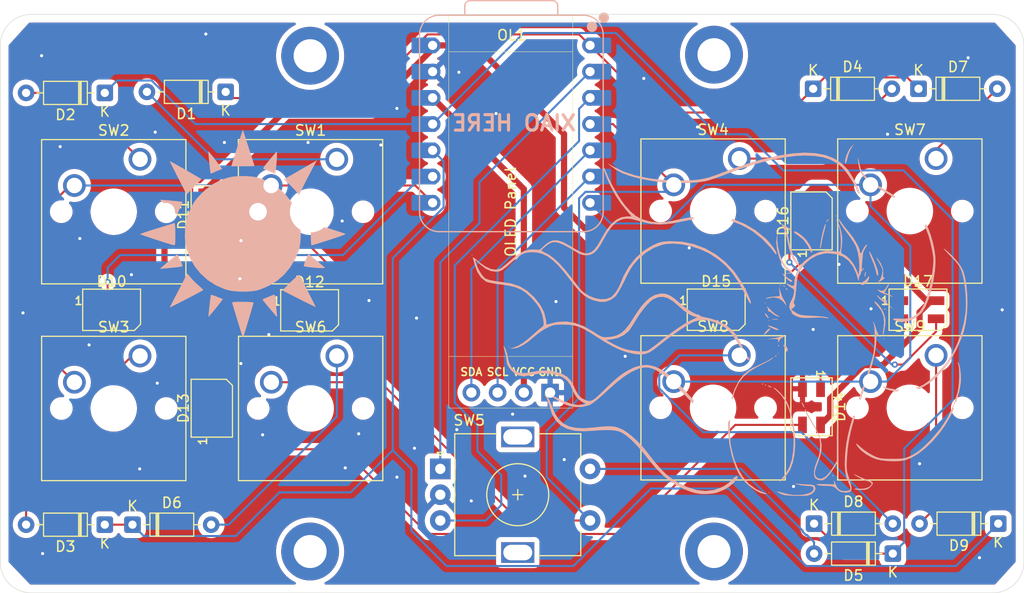
<source format=kicad_pcb>
(kicad_pcb (version 20241229) (generator "pcbnew") (generator_version "9.0")
  (layers (0 "F.Cu" signal) (2 "B.Cu" signal) (13 "F.Paste" user) (15 "B.Paste" user) (5 "F.SilkS" user "F.Silkscreen") (7 "B.SilkS" user "B.Silkscreen") (1 "F.Mask" user) (3 "B.Mask" user) (25 "Edge.Cuts" user))
  (net 0 "")
  (net 1 "Net-(D1-A)")
  (net 2 "ROW0")
  (net 3 "Net-(D2-A)")
  (net 4 "ROW1")
  (net 5 "Net-(D3-A)")
  (net 6 "ROW2")
  (net 7 "Net-(D4-A)")
  (net 8 "EN_SW1")
  (net 9 "Net-(D6-A)")
  (net 10 "Net-(D7-A)")
  (net 11 "Net-(D8-A)")
  (net 12 "Net-(D9-A)")
  (net 13 "GND")
  (net 14 "LED")
  (net 15 "+5V")
  (net 16 "Net-(D10-DOUT)")
  (net 17 "Net-(D11-DOUT)")
  (net 18 "Net-(D12-DOUT)")
  (net 19 "Net-(D13-DOUT)")
  (net 20 "Net-(D14-DOUT)")
  (net 21 "Net-(D15-DOUT)")
  (net 22 "Net-(D16-DOUT)")
  (net 24 "+3V3")
  (net 25 "OLED_SCL")
  (net 26 "OLED_SDA")
  (net 27 "COL0")
  (net 28 "COL1")
  (net 29 "EN_B")
  (net 30 "EN_A")
  (net 31 "COL2")
  (footprint "LED_SMD:LED_SK6812MINI_PLCC4_3.5x3.5mm_P1.75mm" (layer "F.Cu") (at 125.18 111.125 90)
    (property "Reference" "D13" (at 0 -2.75 90) (layer "F.SilkS"))
    (property "Value" "SK6812MINI")
    (fp_text user "1" (at -3.2 -0.875 90) (layer "F.SilkS") (effects (font (size 0.8 0.8))))
    (pad "1" smd rect (at -1.75 -0.875 90) (size 1.6 0.85) (layers "F.Cu" "F.Mask" "F.Paste") (net 19 "Net-(D13-DOUT)"))
    (pad "2" smd rect (at -1.75 0.875 90) (size 1.6 0.85) (layers "F.Cu" "F.Mask" "F.Paste") (net 13 "GND"))
    (pad "3" smd rect (at 1.75 0.875 90) (size 1.6 0.85) (layers "F.Cu" "F.Mask" "F.Paste") (net 18 "Net-(D12-DOUT)"))
    (pad "4" smd rect (at 1.75 -0.875 90) (size 1.6 0.85) (layers "F.Cu" "F.Mask" "F.Paste") (net 15 "+5V"))
  )
  (footprint "LED_SMD:LED_SK6812MINI_PLCC4_3.5x3.5mm_P1.75mm" (layer "F.Cu") (at 125.18 92.4 90)
    (property "Reference" "D11" (at 0 -2.75 90) (layer "F.SilkS"))
    (property "Value" "SK6812MINI")
    (fp_text user "1" (at -3.2 -0.875 90) (layer "F.SilkS") (effects (font (size 0.8 0.8))))
    (pad "1" smd rect (at -1.75 -0.875 90) (size 1.6 0.85) (layers "F.Cu" "F.Mask" "F.Paste") (net 17 "Net-(D11-DOUT)"))
    (pad "2" smd rect (at -1.75 0.875 90) (size 1.6 0.85) (layers "F.Cu" "F.Mask" "F.Paste") (net 13 "GND"))
    (pad "3" smd rect (at 1.75 0.875 90) (size 1.6 0.85) (layers "F.Cu" "F.Mask" "F.Paste") (net 16 "Net-(D10-DOUT)"))
    (pad "4" smd rect (at 1.75 -0.875 90) (size 1.6 0.85) (layers "F.Cu" "F.Mask" "F.Paste") (net 15 "+5V"))
  )
  (footprint "Diode_THT:D_DO-35_SOD27_P7.62mm_Horizontal" (layer "F.Cu") (at 114.82 122.4 180)
    (property "Reference" "D3" (at 3.81 -2.12 180) (layer "F.SilkS"))
    (property "Value" "1N4148WT")
    (fp_text user "K" (at 0 -1.8 180) (layer "F.SilkS"))
    (pad "1" thru_hole roundrect (at 0 0 180) (size 1.6 1.6) (drill 0.8) (layers "*.Cu" "*.Mask") (roundrect_rratio 0.15625) (net 6 "ROW2"))
    (pad "2" thru_hole circle (at 7.62 0 180) (size 1.6 1.6) (drill 0.8) (layers "*.Cu" "*.Mask") (net 5 "Net-(D3-A)"))
  )
  (footprint "Button_Switch_Keyboard:SW_Cherry_MX_1.00u_PCB" (layer "F.Cu") (at 195.3 106.01)
    (property "Reference" "SW9" (at -2.54 -2.794 0) (layer "F.SilkS"))
    (property "Value" "SW_Push")
    (pad "" np_thru_hole circle (at -7.62 5.08) (size 1.7 1.7) (drill 1.7) (layers "*.Cu" "*.Mask"))
    (pad "" np_thru_hole circle (at -2.54 5.08) (size 4 4) (drill 4) (layers "*.Cu" "*.Mask"))
    (pad "" np_thru_hole circle (at 2.54 5.08) (size 1.7 1.7) (drill 1.7) (layers "*.Cu" "*.Mask"))
    (pad "1" thru_hole circle (at 0 0) (size 2.2 2.2) (drill 1.5) (layers "*.Cu" "*.Mask") (net 12 "Net-(D9-A)"))
    (pad "2" thru_hole circle (at -6.35 2.54) (size 2.2 2.2) (drill 1.5) (layers "*.Cu" "*.Mask") (net 31 "COL2"))
  )
  (footprint "Button_Switch_Keyboard:SW_Cherry_MX_1.00u_PCB" (layer "F.Cu") (at 137.2775 87.025)
    (property "Reference" "SW1" (at -2.54 -2.794 0) (layer "F.SilkS"))
    (property "Value" "SW_Push")
    (pad "" np_thru_hole circle (at -7.62 5.08) (size 1.7 1.7) (drill 1.7) (layers "*.Cu" "*.Mask"))
    (pad "" np_thru_hole circle (at -2.54 5.08) (size 4 4) (drill 4) (layers "*.Cu" "*.Mask"))
    (pad "" np_thru_hole circle (at 2.54 5.08) (size 1.7 1.7) (drill 1.7) (layers "*.Cu" "*.Mask"))
    (pad "1" thru_hole circle (at 0 0) (size 2.2 2.2) (drill 1.5) (layers "*.Cu" "*.Mask") (net 1 "Net-(D1-A)"))
    (pad "2" thru_hole circle (at -6.35 2.54) (size 2.2 2.2) (drill 1.5) (layers "*.Cu" "*.Mask") (net 27 "COL0"))
  )
  (footprint "LED_SMD:LED_SK6812MINI_PLCC4_3.5x3.5mm_P1.75mm" (layer "F.Cu") (at 134.65 101.65)
    (property "Reference" "D12" (at 0 -2.75 0) (layer "F.SilkS"))
    (property "Value" "SK6812MINI")
    (fp_text user "1" (at -3.2 -0.875 0) (layer "F.SilkS") (effects (font (size 0.8 0.8))))
    (pad "1" smd rect (at -1.75 -0.875) (size 1.6 0.85) (layers "F.Cu" "F.Mask" "F.Paste") (net 18 "Net-(D12-DOUT)"))
    (pad "2" smd rect (at -1.75 0.875) (size 1.6 0.85) (layers "F.Cu" "F.Mask" "F.Paste") (net 13 "GND"))
    (pad "3" smd rect (at 1.75 0.875) (size 1.6 0.85) (layers "F.Cu" "F.Mask" "F.Paste") (net 17 "Net-(D11-DOUT)"))
    (pad "4" smd rect (at 1.75 -0.875) (size 1.6 0.85) (layers "F.Cu" "F.Mask" "F.Paste") (net 15 "+5V"))
  )
  (footprint "Diode_THT:D_DO-35_SOD27_P7.62mm_Horizontal" (layer "F.Cu") (at 193.6 80.2)
    (property "Reference" "D7" (at 3.81 -2.12 0) (layer "F.SilkS"))
    (property "Value" "1N4148WT")
    (fp_text user "K" (at 0 -1.8 0) (layer "F.SilkS"))
    (pad "1" thru_hole roundrect (at 0 0) (size 1.6 1.6) (drill 0.8) (layers "*.Cu" "*.Mask") (roundrect_rratio 0.15625) (net 2 "ROW0"))
    (pad "2" thru_hole circle (at 7.62 0) (size 1.6 1.6) (drill 0.8) (layers "*.Cu" "*.Mask") (net 10 "Net-(D7-A)"))
  )
  (footprint "MountingHole:MountingHole_3.2mm_M3_DIN965_Pad" (layer "F.Cu") (at 134.7 77)
    (property "Reference" "REF**" (hide yes))
    (property "Value" "MountingHole_3.2mm_M3_DIN965_Pad")
    (pad "1" thru_hole circle (at 0 0) (size 5.6 5.6) (drill 3.2) (layers "*.Cu" "*.Mask"))
  )
  (footprint "Diode_THT:D_DO-35_SOD27_P7.62mm_Horizontal" (layer "F.Cu") (at 114.82 80.6 180)
    (property "Reference" "D2" (at 3.81 -2.12 180) (layer "F.SilkS"))
    (property "Value" "1N4148WT")
    (fp_text user "K" (at 0 -1.8 180) (layer "F.SilkS"))
    (pad "1" thru_hole roundrect (at 0 0 180) (size 1.6 1.6) (drill 0.8) (layers "*.Cu" "*.Mask") (roundrect_rratio 0.15625) (net 4 "ROW1"))
    (pad "2" thru_hole circle (at 7.62 0 180) (size 1.6 1.6) (drill 0.8) (layers "*.Cu" "*.Mask") (net 3 "Net-(D2-A)"))
  )
  (footprint "Button_Switch_Keyboard:SW_Cherry_MX_1.00u_PCB" (layer "F.Cu") (at 118.2275 106.07)
    (property "Reference" "SW3" (at -2.54 -2.794 0) (layer "F.SilkS"))
    (property "Value" "SW_Push")
    (pad "" np_thru_hole circle (at -7.62 5.08) (size 1.7 1.7) (drill 1.7) (layers "*.Cu" "*.Mask"))
    (pad "" np_thru_hole circle (at -2.54 5.08) (size 4 4) (drill 4) (layers "*.Cu" "*.Mask"))
    (pad "" np_thru_hole circle (at 2.54 5.08) (size 1.7 1.7) (drill 1.7) (layers "*.Cu" "*.Mask"))
    (pad "1" thru_hole circle (at 0 0) (size 2.2 2.2) (drill 1.5) (layers "*.Cu" "*.Mask") (net 5 "Net-(D3-A)"))
    (pad "2" thru_hole circle (at -6.35 2.54) (size 2.2 2.2) (drill 1.5) (layers "*.Cu" "*.Mask") (net 27 "COL0"))
  )
  (footprint "" (layer "F.Cu") (at 173.8 76.9)
    (property "Reference" "" (at 0 0 0) (layer "F.SilkS") (effects (font (size 1.27 1.27))))
    (property "Value" "")
    (pad "1" thru_hole circle (at 0 0) (size 5.6 5.6) (drill 3.2) (layers "*.Cu" "*.Mask"))
  )
  (footprint "" (layer "F.Cu") (at 173.8 125)
    (property "Reference" "" (at 0 0 0) (layer "F.SilkS") (effects (font (size 1.27 1.27))))
    (property "Value" "")
    (pad "1" thru_hole circle (at 0 0) (size 5.6 5.6) (drill 3.2) (layers "*.Cu" "*.Mask"))
  )
  (footprint "LED_SMD:LED_SK6812MINI_PLCC4_3.5x3.5mm_P1.75mm" (layer "F.Cu") (at 183.24 92.99 90)
    (property "Reference" "D16" (at 0 -2.75 90) (layer "F.SilkS"))
    (property "Value" "SK6812MINI")
    (fp_text user "1" (at -3.2 -0.875 90) (layer "F.SilkS") (effects (font (size 0.8 0.8))))
    (pad "1" smd rect (at -1.75 -0.875 90) (size 1.6 0.85) (layers "F.Cu" "F.Mask" "F.Paste") (net 22 "Net-(D16-DOUT)"))
    (pad "2" smd rect (at -1.75 0.875 90) (size 1.6 0.85) (layers "F.Cu" "F.Mask" "F.Paste") (net 13 "GND"))
    (pad "3" smd rect (at 1.75 0.875 90) (size 1.6 0.85) (layers "F.Cu" "F.Mask" "F.Paste") (net 21 "Net-(D15-DOUT)"))
    (pad "4" smd rect (at 1.75 -0.875 90) (size 1.6 0.85) (layers "F.Cu" "F.Mask" "F.Paste") (net 15 "+5V"))
  )
  (footprint "Button_Switch_Keyboard:SW_Cherry_MX_1.00u_PCB" (layer "F.Cu") (at 118.2275 87.025)
    (property "Reference" "SW2" (at -2.54 -2.794 0) (layer "F.SilkS"))
    (property "Value" "SW_Push")
    (pad "" np_thru_hole circle (at -7.62 5.08) (size 1.7 1.7) (drill 1.7) (layers "*.Cu" "*.Mask"))
    (pad "" np_thru_hole circle (at -2.54 5.08) (size 4 4) (drill 4) (layers "*.Cu" "*.Mask"))
    (pad "" np_thru_hole circle (at 2.54 5.08) (size 1.7 1.7) (drill 1.7) (layers "*.Cu" "*.Mask"))
    (pad "1" thru_hole circle (at 0 0) (size 2.2 2.2) (drill 1.5) (layers "*.Cu" "*.Mask") (net 3 "Net-(D2-A)"))
    (pad "2" thru_hole circle (at -6.35 2.54) (size 2.2 2.2) (drill 1.5) (layers "*.Cu" "*.Mask") (net 27 "COL0"))
  )
  (footprint "LED_SMD:LED_SK6812MINI_PLCC4_3.5x3.5mm_P1.75mm" (layer "F.Cu") (at 174.01 101.59)
    (property "Reference" "D15" (at 0 -2.75 0) (layer "F.SilkS"))
    (property "Value" "SK6812MINI")
    (fp_text user "1" (at -3.2 -0.875 0) (layer "F.SilkS") (effects (font (size 0.8 0.8))))
    (pad "1" smd rect (at -1.75 -0.875) (size 1.6 0.85) (layers "F.Cu" "F.Mask" "F.Paste") (net 21 "Net-(D15-DOUT)"))
    (pad "2" smd rect (at -1.75 0.875) (size 1.6 0.85) (layers "F.Cu" "F.Mask" "F.Paste") (net 13 "GND"))
    (pad "3" smd rect (at 1.75 0.875) (size 1.6 0.85) (layers "F.Cu" "F.Mask" "F.Paste") (net 20 "Net-(D14-DOUT)"))
    (pad "4" smd rect (at 1.75 -0.875) (size 1.6 0.85) (layers "F.Cu" "F.Mask" "F.Paste") (net 15 "+5V"))
  )
  (footprint "Diode_THT:D_DO-35_SOD27_P7.62mm_Horizontal" (layer "F.Cu") (at 183.4 80.2)
    (property "Reference" "D4" (at 3.81 -2.12 0) (layer "F.SilkS"))
    (property "Value" "1N4148WT")
    (fp_text user "K" (at 0 -1.8 0) (layer "F.SilkS"))
    (pad "1" thru_hole roundrect (at 0 0) (size 1.6 1.6) (drill 0.8) (layers "*.Cu" "*.Mask") (roundrect_rratio 0.15625) (net 2 "ROW0"))
    (pad "2" thru_hole circle (at 7.62 0) (size 1.6 1.6) (drill 0.8) (layers "*.Cu" "*.Mask") (net 7 "Net-(D4-A)"))
  )
  (footprint "Button_Switch_Keyboard:SW_Cherry_MX_1.00u_PCB" (layer "F.Cu") (at 176.25 106.01)
    (property "Reference" "SW8" (at -2.54 -2.794 0) (layer "F.SilkS"))
    (property "Value" "SW_Push")
    (pad "" np_thru_hole circle (at -7.62 5.08) (size 1.7 1.7) (drill 1.7) (layers "*.Cu" "*.Mask"))
    (pad "" np_thru_hole circle (at -2.54 5.08) (size 4 4) (drill 4) (layers "*.Cu" "*.Mask"))
    (pad "" np_thru_hole circle (at 2.54 5.08) (size 1.7 1.7) (drill 1.7) (layers "*.Cu" "*.Mask"))
    (pad "1" thru_hole circle (at 0 0) (size 2.2 2.2) (drill 1.5) (layers "*.Cu" "*.Mask") (net 11 "Net-(D8-A)"))
    (pad "2" thru_hole circle (at -6.35 2.54) (size 2.2 2.2) (drill 1.5) (layers "*.Cu" "*.Mask") (net 31 "COL2"))
  )
  (footprint "Button_Switch_Keyboard:SW_Cherry_MX_1.00u_PCB" (layer "F.Cu") (at 176.25 86.96)
    (property "Reference" "SW4" (at -2.54 -2.794 0) (layer "F.SilkS"))
    (property "Value" "SW_Push")
    (pad "" np_thru_hole circle (at -7.62 5.08) (size 1.7 1.7) (drill 1.7) (layers "*.Cu" "*.Mask"))
    (pad "" np_thru_hole circle (at -2.54 5.08) (size 4 4) (drill 4) (layers "*.Cu" "*.Mask"))
    (pad "" np_thru_hole circle (at 2.54 5.08) (size 1.7 1.7) (drill 1.7) (layers "*.Cu" "*.Mask"))
    (pad "1" thru_hole circle (at 0 0) (size 2.2 2.2) (drill 1.5) (layers "*.Cu" "*.Mask") (net 7 "Net-(D4-A)"))
    (pad "2" thru_hole circle (at -6.35 2.54) (size 2.2 2.2) (drill 1.5) (layers "*.Cu" "*.Mask") (net 28 "COL1"))
  )
  (footprint "Diode_THT:D_DO-35_SOD27_P7.62mm_Horizontal" (layer "F.Cu") (at 191.11 125.2 180)
    (property "Reference" "D5" (at 3.81 -2.12 0) (layer "F.SilkS"))
    (property "Value" "1N4148WT")
    (fp_text user "K" (at 0 -1.8 0) (layer "F.SilkS"))
    (pad "1" thru_hole roundrect (at 0 0 180) (size 1.6 1.6) (drill 0.8) (layers "*.Cu" "*.Mask") (roundrect_rratio 0.15625) (net 4 "ROW1"))
    (pad "2" thru_hole circle (at 7.62 0 180) (size 1.6 1.6) (drill 0.8) (layers "*.Cu" "*.Mask") (net 8 "EN_SW1"))
  )
  (footprint "Button_Switch_Keyboard:SW_Cherry_MX_1.00u_PCB" (layer "F.Cu") (at 195.3 86.96)
    (property "Reference" "SW7" (at -2.54 -2.794 0) (layer "F.SilkS"))
    (property "Value" "SW_Push")
    (pad "" np_thru_hole circle (at -7.62 5.08) (size 1.7 1.7) (drill 1.7) (layers "*.Cu" "*.Mask"))
    (pad "" np_thru_hole circle (at -2.54 5.08) (size 4 4) (drill 4) (layers "*.Cu" "*.Mask"))
    (pad "" np_thru_hole circle (at 2.54 5.08) (size 1.7 1.7) (drill 1.7) (layers "*.Cu" "*.Mask"))
    (pad "1" thru_hole circle (at 0 0) (size 2.2 2.2) (drill 1.5) (layers "*.Cu" "*.Mask") (net 10 "Net-(D7-A)"))
    (pad "2" thru_hole circle (at -6.35 2.54) (size 2.2 2.2) (drill 1.5) (layers "*.Cu" "*.Mask") (net 31 "COL2"))
  )
  (footprint "LED_SMD:LED_SK6812MINI_PLCC4_3.5x3.5mm_P1.75mm" (layer "F.Cu") (at 115.48 101.6)
    (property "Reference" "D10" (at 0 -2.75 0) (layer "F.SilkS"))
    (property "Value" "SK6812MINI")
    (fp_text user "1" (at -3.2 -0.875 0) (layer "F.SilkS") (effects (font (size 0.8 0.8))))
    (pad "1" smd rect (at -1.75 -0.875) (size 1.6 0.85) (layers "F.Cu" "F.Mask" "F.Paste") (net 16 "Net-(D10-DOUT)"))
    (pad "2" smd rect (at -1.75 0.875) (size 1.6 0.85) (layers "F.Cu" "F.Mask" "F.Paste") (net 13 "GND"))
    (pad "3" smd rect (at 1.75 0.875) (size 1.6 0.85) (layers "F.Cu" "F.Mask" "F.Paste") (net 14 "LED"))
    (pad "4" smd rect (at 1.75 -0.875) (size 1.6 0.85) (layers "F.Cu" "F.Mask" "F.Paste") (net 15 "+5V"))
  )
  (footprint "LED_SMD:LED_SK6812MINI_PLCC4_3.5x3.5mm_P1.75mm" (layer "F.Cu") (at 183.24 110.99 -90)
    (property "Reference" "D14" (at 0 -2.75 90) (layer "F.SilkS"))
    (property "Value" "SK6812MINI")
    (fp_text user "1" (at -3.2 -0.875 270) (layer "F.SilkS") (effects (font (size 0.8 0.8))))
    (pad "1" smd rect (at -1.75 -0.875 270) (size 1.6 0.85) (layers "F.Cu" "F.Mask" "F.Paste") (net 20 "Net-(D14-DOUT)"))
    (pad "2" smd rect (at -1.75 0.875 270) (size 1.6 0.85) (layers "F.Cu" "F.Mask" "F.Paste") (net 13 "GND"))
    (pad "3" smd rect (at 1.75 0.875 270) (size 1.6 0.85) (layers "F.Cu" "F.Mask" "F.Paste") (net 19 "Net-(D13-DOUT)"))
    (pad "4" smd rect (at 1.75 -0.875 270) (size 1.6 0.85) (layers "F.Cu" "F.Mask" "F.Paste") (net 15 "+5V"))
  )
  (footprint "" (layer "F.Cu") (at 134.7 125)
    (property "Reference" "" (at 0 0 0) (layer "F.SilkS") (effects (font (size 1.27 1.27))))
    (property "Value" "")
    (pad "1" thru_hole circle (at 0 0) (size 5.6 5.6) (drill 3.2) (layers "*.Cu" "*.Mask"))
  )
  (footprint "Diode_THT:D_DO-35_SOD27_P7.62mm_Horizontal" (layer "F.Cu") (at 183.49 122.3)
    (property "Reference" "D8" (at 3.81 -2.12 0) (layer "F.SilkS"))
    (property "Value" "1N4148WT")
    (fp_text user "K" (at 0 -1.8 0) (layer "F.SilkS"))
    (pad "1" thru_hole roundrect (at 0 0) (size 1.6 1.6) (drill 0.8) (layers "*.Cu" "*.Mask") (roundrect_rratio 0.15625) (net 4 "ROW1"))
    (pad "2" thru_hole circle (at 7.62 0) (size 1.6 1.6) (drill 0.8) (layers "*.Cu" "*.Mask") (net 11 "Net-(D8-A)"))
  )
  (footprint "LED_SMD:LED_SK6812MINI_PLCC4_3.5x3.5mm_P1.75mm" (layer "F.Cu") (at 193.55 101.59)
    (property "Reference" "D17" (at 0 -2.75 0) (layer "F.SilkS"))
    (property "Value" "SK6812MINI")
    (fp_text user "1" (at -3.2 -0.875 0) (layer "F.SilkS") (effects (font (size 0.8 0.8))))
    (pad "1" smd rect (at -1.75 -0.875) (size 1.6 0.85) (layers "F.Cu" "F.Mask" "F.Paste"))
    (pad "2" smd rect (at -1.75 0.875) (size 1.6 0.85) (layers "F.Cu" "F.Mask" "F.Paste") (net 13 "GND"))
    (pad "3" smd rect (at 1.75 0.875) (size 1.6 0.85) (layers "F.Cu" "F.Mask" "F.Paste") (net 22 "Net-(D16-DOUT)"))
    (pad "4" smd rect (at 1.75 -0.875) (size 1.6 0.85) (layers "F.Cu" "F.Mask" "F.Paste") (net 15 "+5V"))
  )
  (footprint "0.91 OLED:SSD1306-0.91-OLED-4pin-128x32" (layer "F.Cu") (at 160.12 73.115 -90)
    (property "Reference" "OL1" (at 1.9 5.91 0) (layer "F.SilkS"))
    (property "Value" "OLED")
    (fp_text user "VCC" (at 34.5 4.73 0) (layer "F.SilkS") (effects (font (size 0.75 0.75))))
    (fp_text user "SCL" (at 34.5 7.27 0) (layer "F.SilkS") (effects (font (size 0.75 0.75))))
    (fp_text user "SDA" (at 34.5 9.81 0) (layer "F.SilkS") (effects (font (size 0.75 0.75))))
    (fp_text user "GND" (at 34.5 2.19 0) (layer "F.SilkS") (effects (font (size 0.75 0.75))))
    (fp_text user "OLED Panel" (at 19 6 90) (layer "F.SilkS"))
    (pad "1" thru_hole rect (at 36.5 2.19 270) (size 1.7 1.7) (drill 1) (layers "*.Cu" "*.Mask") (net 13 "GND"))
    (pad "2" thru_hole oval (at 36.5 4.73 270) (size 1.7 1.7) (drill 1) (layers "*.Cu" "*.Mask") (net 24 "+3V3"))
    (pad "3" thru_hole oval (at 36.5 7.27 270) (size 1.7 1.7) (drill 1) (layers "*.Cu" "*.Mask") (net 25 "OLED_SCL"))
    (pad "4" thru_hole oval (at 36.5 9.81 270) (size 1.7 1.7) (drill 1) (layers "*.Cu" "*.Mask") (net 26 "OLED_SDA"))
  )
  (footprint "Diode_THT:D_DO-35_SOD27_P7.62mm_Horizontal" (layer "F.Cu") (at 201.32 122.3 180)
    (property "Reference" "D9" (at 3.81 -2.12 180) (layer "F.SilkS"))
    (property "Value" "1N4148WT")
    (fp_text user "K" (at 0 -1.8 180) (layer "F.SilkS"))
    (pad "1" thru_hole roundrect (at 0 0 180) (size 1.6 1.6) (drill 0.8) (layers "*.Cu" "*.Mask") (roundrect_rratio 0.15625) (net 6 "ROW2"))
    (pad "2" thru_hole circle (at 7.62 0 180) (size 1.6 1.6) (drill 0.8) (layers "*.Cu" "*.Mask") (net 12 "Net-(D9-A)"))
  )
  (footprint "Diode_THT:D_DO-35_SOD27_P7.62mm_Horizontal" (layer "F.Cu") (at 126.52 80.5 180)
    (property "Reference" "D1" (at 3.81 -2.12 180) (layer "F.SilkS"))
    (property "Value" "1N4148WT")
    (fp_text user "K" (at 0 -1.8 180) (layer "F.SilkS"))
    (pad "1" thru_hole roundrect (at 0 0 180) (size 1.6 1.6) (drill 0.8) (layers "*.Cu" "*.Mask") (roundrect_rratio 0.15625) (net 2 "ROW0"))
    (pad "2" thru_hole circle (at 7.62 0 180) (size 1.6 1.6) (drill 0.8) (layers "*.Cu" "*.Mask") (net 1 "Net-(D1-A)"))
  )
  (footprint "Button_Switch_Keyboard:SW_Cherry_MX_1.00u_PCB" (layer "F.Cu") (at 137.29 106.07)
    (property "Reference" "SW6" (at -2.54 -2.794 0) (layer "F.SilkS"))
    (property "Value" "SW_Push")
    (pad "" np_thru_hole circle (at -7.62 5.08) (size 1.7 1.7) (drill 1.7) (layers "*.Cu" "*.Mask"))
    (pad "" np_thru_hole circle (at -2.54 5.08) (size 4 4) (drill 4) (layers "*.Cu" "*.Mask"))
    (pad "" np_thru_hole circle (at 2.54 5.08) (size 1.7 1.7) (drill 1.7) (layers "*.Cu" "*.Mask"))
    (pad "1" thru_hole circle (at 0 0) (size 2.2 2.2) (drill 1.5) (layers "*.Cu" "*.Mask") (net 9 "Net-(D6-A)"))
    (pad "2" thru_hole circle (at -6.35 2.54) (size 2.2 2.2) (drill 1.5) (layers "*.Cu" "*.Mask") (net 28 "COL1"))
  )
  (footprint "Rotary_Encoder:RotaryEncoder_Alps_EC11E-Switch_Vertical_H20mm" (layer "F.Cu") (at 147.3 117)
    (property "Reference" "SW5" (at 2.8 -4.7 0) (layer "F.SilkS"))
    (property "Value" "RotaryEncoder_Switch")
    (pad "A" thru_hole rect (at 0 0) (size 2 2) (drill 1) (layers "*.Cu" "*.Mask") (net 30 "EN_A"))
    (pad "B" thru_hole circle (at 0 5) (size 2 2) (drill 1) (layers "*.Cu" "*.Mask") (net 29 "EN_B"))
    (pad "C" thru_hole circle (at 0 2.5) (size 2 2) (drill 1) (layers "*.Cu" "*.Mask") (net 13 "GND"))
    (pad "MP" thru_hole rect (at 7.5 -3.1) (size 3.2 2) (drill oval 2.8 1.5) (layers "*.Cu" "*.Mask"))
    (pad "MP" thru_hole rect (at 7.5 8.1) (size 3.2 2) (drill oval 2.8 1.5) (layers "*.Cu" "*.Mask"))
    (pad "S1" thru_hole circle (at 14.5 5) (size 2 2) (drill 1) (layers "*.Cu" "*.Mask") (net 28 "COL1"))
    (pad "S2" thru_hole circle (at 14.5 0) (size 2 2) (drill 1) (layers "*.Cu" "*.Mask") (net 8 "EN_SW1"))
  )
  (footprint "Diode_THT:D_DO-35_SOD27_P7.62mm_Horizontal" (layer "F.Cu") (at 117.5 122.4)
    (property "Reference" "D6" (at 3.81 -2.12 0) (layer "F.SilkS"))
    (property "Value" "1N4148WT")
    (fp_text user "K" (at 0 -1.8 0) (layer "F.SilkS"))
    (pad "1" thru_hole roundrect (at 0 0) (size 1.6 1.6) (drill 0.8) (layers "*.Cu" "*.Mask") (roundrect_rratio 0.15625) (net 6 "ROW2"))
    (pad "2" thru_hole circle (at 7.62 0) (size 1.6 1.6) (drill 0.8) (layers "*.Cu" "*.Mask") (net 9 "Net-(D6-A)"))
  )
  (footprint "OPL:XIAO-RP2040-DIP" (layer "B.Cu") (at 154.18 83.62 180)
    (property "Reference" "U1" (hide yes))
    (property "Value" "XIAO-RP2040-DIP")
    (pad "1" smd roundrect (at -8.455 7.62) (size 2.432 1.524) (layers "B.Cu" "B.Mask") (roundrect_rratio 0.1) (net 2 "ROW0"))
    (pad "1" thru_hole circle (at -7.62 7.62) (size 1.524 1.524) (drill 0.889) (layers "*.Cu" "*.Mask") (net 2 "ROW0"))
    (pad "2" smd roundrect (at -8.455 5.08) (size 2.432 1.524) (layers "B.Cu" "B.Mask") (roundrect_rratio 0.1) (net 30 "EN_A"))
    (pad "2" thru_hole circle (at -7.62 5.08) (size 1.524 1.524) (drill 0.889) (layers "*.Cu" "*.Mask") (net 30 "EN_A"))
    (pad "3" smd roundrect (at -8.455 2.54) (size 2.432 1.524) (layers "B.Cu" "B.Mask") (roundrect_rratio 0.1) (net 29 "EN_B"))
    (pad "3" thru_hole circle (at -7.62 2.54) (size 1.524 1.524) (drill 0.889) (layers "*.Cu" "*.Mask") (net 29 "EN_B"))
    (pad "4" smd roundrect (at -8.455 0) (size 2.432 1.524) (layers "B.Cu" "B.Mask") (roundrect_rratio 0.1) (net 28 "COL1"))
    (pad "4" thru_hole circle (at -7.62 0) (size 1.524 1.524) (drill 0.889) (layers "*.Cu" "*.Mask") (net 28 "COL1"))
    (pad "5" smd roundrect (at -8.455 -2.54) (size 2.432 1.524) (layers "B.Cu" "B.Mask") (roundrect_rratio 0.1) (net 26 "OLED_SDA"))
    (pad "5" thru_hole circle (at -7.62 -2.54) (size 1.524 1.524) (drill 0.889) (layers "*.Cu" "*.Mask") (net 26 "OLED_SDA"))
    (pad "6" smd roundrect (at -8.455 -5.08) (size 2.432 1.524) (layers "B.Cu" "B.Mask") (roundrect_rratio 0.1) (net 25 "OLED_SCL"))
    (pad "6" thru_hole circle (at -7.62 -5.08) (size 1.524 1.524) (drill 0.889) (layers "*.Cu" "*.Mask") (net 25 "OLED_SCL"))
    (pad "7" smd roundrect (at -8.455 -7.62) (size 2.432 1.524) (layers "B.Cu" "B.Mask") (roundrect_rratio 0.1) (net 31 "COL2"))
    (pad "7" thru_hole circle (at -7.62 -7.62) (size 1.524 1.524) (drill 0.889) (layers "*.Cu" "*.Mask") (net 31 "COL2"))
    (pad "8" thru_hole circle (at 7.62 -7.62 180) (size 1.524 1.524) (drill 0.889) (layers "*.Cu" "*.Mask") (net 27 "COL0"))
    (pad "8" smd roundrect (at 8.455 -7.62 180) (size 2.432 1.524) (layers "B.Cu" "B.Mask") (roundrect_rratio 0.1) (net 27 "COL0"))
    (pad "9" thru_hole circle (at 7.62 -5.08 180) (size 1.524 1.524) (drill 0.889) (layers "*.Cu" "*.Mask") (net 14 "LED"))
    (pad "9" smd roundrect (at 8.455 -5.08 180) (size 2.432 1.524) (layers "B.Cu" "B.Mask") (roundrect_rratio 0.1) (net 14 "LED"))
    (pad "10" thru_hole circle (at 7.62 -2.54 180) (size 1.524 1.524) (drill 0.889) (layers "*.Cu" "*.Mask") (net 6 "ROW2"))
    (pad "10" smd roundrect (at 8.455 -2.54 180) (size 2.432 1.524) (layers "B.Cu" "B.Mask") (roundrect_rratio 0.1) (net 6 "ROW2"))
    (pad "11" thru_hole circle (at 7.62 0 180) (size 1.524 1.524) (drill 0.889) (layers "*.Cu" "*.Mask") (net 4 "ROW1"))
    (pad "11" smd roundrect (at 8.455 0 180) (size 2.432 1.524) (layers "B.Cu" "B.Mask") (roundrect_rratio 0.1) (net 4 "ROW1"))
    (pad "12" thru_hole circle (at 7.62 2.54 180) (size 1.524 1.524) (drill 0.889) (layers "*.Cu" "*.Mask") (net 24 "+3V3"))
    (pad "12" smd roundrect (at 8.455 2.54 180) (size 2.432 1.524) (layers "B.Cu" "B.Mask") (roundrect_rratio 0.1) (net 24 "+3V3"))
    (pad "13" thru_hole circle (at 7.62 5.08 180) (size 1.524 1.524) (drill 0.889) (layers "*.Cu" "*.Mask") (net 13 "GND"))
    (pad "13" smd roundrect (at 8.455 5.08 180) (size 2.432 1.524) (layers "B.Cu" "B.Mask") (roundrect_rratio 0.1) (net 13 "GND"))
    (pad "14" thru_hole circle (at 7.62 7.62 180) (size 1.524 1.524) (drill 0.889) (layers "*.Cu" "*.Mask") (net 15 "+5V"))
    (pad "14" smd roundrect (at 8.455 7.62 180) (size 2.432 1.524) (layers "B.Cu" "B.Mask") (roundrect_rratio 0.1) (net 15 "+5V"))
  )
  (footprint "LOGO" (layer "B.Cu") (at 173.54 100.89 180)
    (property "Reference" "G***" (hide yes))
    (property "Value" "LOGO" (hide yes))
  )
  (footprint "LOGO" (layer "B.Cu") (at 127.917352 94.860691 180)
    (property "Reference" "G***" (hide yes))
    (property "Value" "LOGO" (hide yes))
  )
  (gr_arc (start 107.7 129) (mid 105.57868 128.12132) (end 104.7 126) (stroke (width 0.05)) (layer "Edge.Cuts"))
  (gr_line (start 203.8 76) (end 203.8 126) (stroke (width 0.05)) (layer "Edge.Cuts"))
  (gr_arc (start 200.8 73) (mid 202.92132 73.87868) (end 203.8 76) (stroke (width 0.05)) (layer "Edge.Cuts"))
  (gr_arc (start 203.8 126) (mid 202.92132 128.12132) (end 200.8 129) (stroke (width 0.05)) (layer "Edge.Cuts"))
  (gr_arc (start 104.7 76) (mid 105.57868 73.87868) (end 107.7 73) (stroke (width 0.05)) (layer "Edge.Cuts"))
  (gr_line (start 104.7 126) (end 104.7 76) (stroke (width 0.05)) (layer "Edge.Cuts"))
  (gr_line (start 200.8 129) (end 107.7 129) (stroke (width 0.05)) (layer "Edge.Cuts"))
  (gr_line (start 107.7 73) (end 200.8 73) (stroke (width 0.05)) (layer "Edge.Cuts"))
  (gr_text "XIAO HERE" (at 160.6 84.4 0) (layer "B.SilkS") (effects (font (size 1.5 1.5) (thickness 0.3) (bold yes)) (justify left bottom mirror)))
  (segment (start 118.9 80.5) (end 125.425 87.025) (width 0.2) (layer "B.Cu") (net 1))
  (segment (start 125.425 87.025) (end 137.2775 87.025) (width 0.2) (layer "B.Cu") (net 1))
  (segment (start 139.9 81.1) (end 127.12 81.1) (width 0.2) (layer "F.Cu") (net 2))
  (segment (start 161.8 76) (end 168.3 82.5) (width 0.2) (layer "F.Cu") (net 2))
  (segment (start 168.3 82.5) (end 181.1 82.5) (width 0.2) (layer "F.Cu") (net 2))
  (segment (start 127.12 81.1) (end 126.52 80.5) (width 0.2) (layer "F.Cu") (net 2))
  (segment (start 146.063 74.937) (end 139.9 81.1) (width 0.2) (layer "F.Cu") (net 2))
  (segment (start 183.4 80.2) (end 184.501 79.099) (width 0.2) (layer "F.Cu") (net 2))
  (segment (start 161.8 76) (end 160.737 74.937) (width 0.2) (layer "F.Cu") (net 2))
  (segment (start 184.501 79.099) (end 192.499 79.099) (width 0.2) (layer "F.Cu") (net 2))
  (segment (start 160.737 74.937) (end 146.063 74.937) (width 0.2) (layer "F.Cu") (net 2))
  (segment (start 181.1 82.5) (end 183.4 80.2) (width 0.2) (layer "F.Cu") (net 2))
  (segment (start 192.499 79.099) (end 193.6 80.2) (width 0.2) (layer "F.Cu") (net 2))
  (segment (start 107.2 80.6) (end 111.8025 80.6) (width 0.2) (layer "F.Cu") (net 3))
  (segment (start 111.8025 80.6) (end 118.2275 87.025) (width 0.2) (layer "F.Cu") (net 3))
  (segment (start 191.11 125.2) (end 186.39 125.2) (width 0.2) (layer "F.Cu") (net 4))
  (segment (start 186.39 125.2) (end 183.49 122.3) (width 0.2) (layer "F.Cu") (net 4))
  (segment (start 174.1 84.6) (end 176.8 84.6) (width 0.2) (layer "B.Cu") (net 4))
  (segment (start 116.021 79.399) (end 114.82 80.6) (width 0.2) (layer "B.Cu") (net 4))
  (segment (start 123.57705 83.62) (end 119.35605 79.399) (width 0.2) (layer "B.Cu") (net 4))
  (segment (start 119.35605 79.399) (end 116.021 79.399) (width 0.2) (layer "B.Cu") (net 4))
  (segment (start 196.9 92.855184) (end 196.9 110.33153) (width 0.2) (layer "B.Cu") (net 4))
  (segment (start 155.38 74.8) (end 164.3 74.8) (width 0.2) (layer "B.Cu") (net 4))
  (segment (start 176.830314 84.630314) (end 177.030314 84.630314) (width 0.2) (layer "B.Cu") (net 4))
  (segment (start 164.3 74.8) (end 174.1 84.6) (width 0.2) (layer "B.Cu") (net 4))
  (segment (start 180.499 88.099) (end 192.143816 88.099) (width 0.2) (layer "B.Cu") (net 4))
  (segment (start 192.211 124.099) (end 191.11 125.2) (width 0.2) (layer "B.Cu") (net 4))
  (segment (start 146.56 83.62) (end 123.57705 83.62) (width 0.2) (layer "B.Cu") (net 4))
  (segment (start 196.9 110.33153) (end 192.211 115.02053) (width 0.2) (layer "B.Cu") (net 4))
  (segment (start 146.56 83.62) (end 155.38 74.8) (width 0.2) (layer "B.Cu") (net 4))
  (segment (start 176.8 84.6) (end 176.830314 84.630314) (width 0.2) (layer "B.Cu") (net 4))
  (segment (start 192.143816 88.099) (end 196.9 92.855184) (width 0.2) (layer "B.Cu") (net 4))
  (segment (start 177.030314 84.630314) (end 180.499 88.099) (width 0.2) (layer "B.Cu") (net 4))
  (segment (start 192.211 115.02053) (end 192.211 124.099) (width 0.2) (layer "B.Cu") (net 4))
  (segment (start 107.2 116.312684) (end 117.442684 106.07) (width 0.2) (layer "F.Cu") (net 5))
  (segment (start 117.442684 106.07) (end 118.2275 106.07) (width 0.2) (layer "F.Cu") (net 5))
  (segment (start 107.2 122.4) (end 107.2 116.312684) (width 0.2) (layer "F.Cu") (net 5))
  (segment (start 114.82 122.4) (end 117.5 122.4) (width 0.2) (layer "F.Cu") (net 6))
  (segment (start 182.7 126.4) (end 175.2 118.9) (width 0.2) (layer "B.Cu") (net 6))
  (segment (start 175.2 118.9) (end 167.7 118.9) (width 0.2) (layer "B.Cu") (net 6))
  (segment (start 118.601 123.501) (end 127.499 123.501) (width 0.2) (layer "B.Cu") (net 6))
  (segment (start 147.623 87.223) (end 146.56 86.16) (width 0.2) (layer "B.Cu") (net 6))
  (segment (start 160.2 126.4) (end 147.9 126.4) (width 0.2) (layer "B.Cu") (net 6))
  (segment (start 147.9 126.4) (end 144.5 123) (width 0.2) (layer "B.Cu") (net 6))
  (segment (start 138.630054 119.269946) (end 142.7 115.2) (width 0.2) (layer "B.Cu") (net 6))
  (segment (start 142.7 96.60331) (end 147.623 91.68031) (width 0.2) (layer "B.Cu") (net 6))
  (segment (start 201.32 122.3) (end 197.22 126.4) (width 0.2) (layer "B.Cu") (net 6))
  (segment (start 117.5 122.4) (end 118.601 123.501) (width 0.2) (layer "B.Cu") (net 6))
  (segment (start 144.5 123) (end 144.5 117) (width 0.2) (layer "B.Cu") (net 6))
  (segment (start 144.5 117) (end 142.7 115.2) (width 0.2) (layer "B.Cu") (net 6))
  (segment (start 167.7 118.9) (end 160.2 126.4) (width 0.2) (layer "B.Cu") (net 6))
  (segment (start 127.499 123.501) (end 131.730054 119.269946) (width 0.2) (layer "B.Cu") (net 6))
  (segment (start 197.22 126.4) (end 182.7 126.4) (width 0.2) (layer "B.Cu") (net 6))
  (segment (start 147.623 91.68031) (end 147.623 87.223) (width 0.2) (layer "B.Cu") (net 6))
  (segment (start 131.730054 119.269946) (end 138.630054 119.269946) (width 0.2) (layer "B.Cu") (net 6))
  (segment (start 142.7 115.2) (end 142.7 96.60331) (width 0.2) (layer "B.Cu") (net 6))
  (segment (start 191.02 80.2) (end 184.26 86.96) (width 0.2) (layer "F.Cu") (net 7))
  (segment (start 184.26 86.96) (end 176.25 86.96) (width 0.2) (layer "F.Cu") (net 7))
  (segment (start 182.70484 123.401) (end 182.801 123.401) (width 0.2) (layer "B.Cu") (net 8))
  (segment (start 182.389 123.08516) (end 182.70484 123.401) (width 0.2) (layer "B.Cu") (net 8))
  (segment (start 176.4 117) (end 182.389 122.989) (width 0.2) (layer "B.Cu") (net 8))
  (segment (start 182.389 122.989) (end 182.389 123.08516) (width 0.2) (layer "B.Cu") (net 8))
  (segment (start 183.49 124.09) (end 183.49 125.2) (width 0.2) (layer "B.Cu") (net 8))
  (segment (start 161.8 117) (end 176.4 117) (width 0.2) (layer "B.Cu") (net 8))
  (segment (start 182.801 123.401) (end 183.49 124.09) (width 0.2) (layer "B.Cu") (net 8))
  (segment (start 137.29 111.934816) (end 137.29 106.07) (width 0.2) (layer "B.Cu") (net 9))
  (segment (start 126.824816 122.4) (end 137.29 111.934816) (width 0.2) (layer "B.Cu") (net 9))
  (segment (start 125.12 122.4) (end 126.824816 122.4) (width 0.2) (layer "B.Cu") (net 9))
  (segment (start 195.3 86.12) (end 195.3 86.96) (width 0.2) (layer "F.Cu") (net 10))
  (segment (start 201.22 80.2) (end 195.3 86.12) (width 0.2) (layer "F.Cu") (net 10))
  (segment (start 170.458686 106.01) (end 176.25 106.01) (width 0.2) (layer "B.Cu") (net 11))
  (segment (start 191.11 122.3) (end 182.251 113.441) (width 0.2) (layer "B.Cu") (net 11))
  (segment (start 168.499 109.203816) (end 168.499 107.969686) (width 0.2) (layer "B.Cu") (net 11))
  (segment (start 172.736184 113.441) (end 168.499 109.203816) (width 0.2) (layer "B.Cu") (net 11))
  (segment (start 182.251 113.441) (end 172.736184 113.441) (width 0.2) (layer "B.Cu") (net 11))
  (segment (start 168.499 107.969686) (end 170.458686 106.01) (width 0.2) (layer "B.Cu") (net 11))
  (segment (start 193.7 122.3) (end 195.3 120.7) (width 0.2) (layer "F.Cu") (net 12))
  (segment (start 195.3 120.7) (end 195.3 106.01) (width 0.2) (layer "F.Cu") (net 12))
  (via (at 198.4 77.2) (size 0.6) (drill 0.3) (layers "F.Cu" "B.Cu") (net 13))
  (via (at 128 106.8) (size 0.6) (drill 0.3) (layers "F.Cu" "B.Cu") (net 13))
  (via (at 108.8 125.2) (size 0.6) (drill 0.3) (layers "F.Cu" "B.Cu") (net 13))
  (via (at 127.9 98.6) (size 0.6) (drill 0.3) (layers "F.Cu" "B.Cu") (net 13))
  (via (at 134.5 85.4) (size 0.6) (drill 0.3) (layers "F.Cu" "B.Cu") (net 13))
  (via (at 117.4 98.2) (size 0.6) (drill 0.3) (layers "F.Cu" "B.Cu") (net 13))
  (via (at 172.2 83.9) (size 0.6) (drill 0.3) (layers "F.Cu" "B.Cu") (net 13))
  (via (at 201.7 101.6) (size 0.6) (drill 0.3) (layers "F.Cu" "B.Cu") (net 13))
  (via (at 130.1 113.7) (size 0.6) (drill 0.3) (layers "F.Cu" "B.Cu") (net 13))
  (via (at 165.2 106.1) (size 0.6) (drill 0.3) (layers "F.Cu" "B.Cu") (net 13))
  (via (at 152.7 82.6) (size 0.6) (drill 0.3) (layers "F.Cu" "B.Cu") (net 13))
  (via (at 126.4 85.4) (size 0.6) (drill 0.3) (layers "F.Cu" "B.Cu") (net 13))
  (via (at 148.9 113.2) (size 0.6) (drill 0.3) (layers "F.Cu" "B.Cu") (net 13))
  (via (at 158.5 100.8) (size 0.6) (drill 0.3) (layers "F.Cu" "B.Cu") (net 13))
  (via (at 140.4 100.7) (size 0.6) (drill 0.3) (layers "F.Cu" "B.Cu") (net 13))
  (via (at 145 102.4) (size 0.6) (drill 0.3) (layers "F.Cu" "B.Cu") (net 13))
  (via (at 137.8 93) (size 0.6) (drill 0.3) (layers "F.Cu" "B.Cu") (net 13))
  (via (at 106.9 101.9) (size 0.6) (drill 0.3) (layers "F.Cu" "B.Cu") (net 13))
  (via (at 119.9 108.7) (size 0.6) (drill 0.3) (layers "F.Cu" "B.Cu") (net 13))
  (via (at 150.3 120.1) (size 0.6) (drill 0.3) (layers "F.Cu" "B.Cu") (net 13))
  (via (at 110.5 85.8) (size 0.6) (drill 0.3) (layers "F.Cu" "B.Cu") (net 13))
  (via (at 189 101.5) (size 0.6) (drill 0.3) (layers "F.Cu" "B.Cu") (net 13))
  (via (at 193.7 116.5) (size 0.6) (drill 0.3) (layers "F.Cu" "B.Cu") (net 13))
  (via (at 113.3 105) (size 0.6) (drill 0.3) (layers "F.Cu" "B.Cu") (net 13))
  (via (at 183.4 103.5) (size 0.6) (drill 0.3) (layers "F.Cu" "B.Cu") (net 13))
  (via (at 124.6 74.9) (size 0.6) (drill 0.3) (layers "F.Cu" "B.Cu") (net 13))
  (via (at 199.5 125.6) (size 0.6) (drill 0.3) (layers "F.Cu" "B.Cu") (net 13))
  (via (at 128 94.9) (size 0.6) (drill 0.3) (layers "F.Cu" "B.Cu") (net 13))
  (via (at 141.541159 85.644635) (size 0.6) (drill 0.3) (layers "F.Cu" "B.Cu") (net 13))
  (via (at 108.7 77) (size 0.6) (drill 0.3) (layers "F.Cu" "B.Cu") (net 13))
  (via (at 143.1 117.8) (size 0.6) (drill 0.3) (layers "F.Cu" "B.Cu") (net 13))
  (via (at 154.3 111.7) (size 0.6) (drill 0.3) (layers "F.Cu" "B.Cu") (net 13))
  (via (at 185.9 97.2) (size 0.6) (drill 0.3) (layers "F.Cu" "B.Cu") (net 13))
  (via (at 159.3 116.1) (size 0.6) (drill 0.3) (layers "F.Cu" "B.Cu") (net 13))
  (via (at 143.1 82.1) (size 0.6) (drill 0.3) (layers "F.Cu" "B.Cu") (net 13))
  (via (at 118.2 117) (size 0.6) (drill 0.3) (layers "F.Cu" "B.Cu") (net 13))
  (via (at 139.4 113.6) (size 0.6) (drill 0.3) (layers "F.Cu" "B.Cu") (net 13))
  (via (at 138.1 116.9) (size 0.6) (drill 0.3) (layers "F.Cu" "B.Cu") (net 13))
  (via (at 119.7 84.4) (size 0.6) (drill 0.3) (layers "F.Cu" "B.Cu") (net 13))
  (via (at 149.1 78.6) (size 0.6) (drill 0.3) (layers "F.Cu" "B.Cu") (net 13))
  (via (at 144.8 115) (size 0.6) (drill 0.3) (layers "F.Cu" "B.Cu") (net 13))
  (via (at 190.6 84.6) (size 0.6) (drill 0.3) (layers "F.Cu" "B.Cu") (net 13))
  (via (at 155.5 117.7) (size 0.6) (drill 0.3) (layers "F.Cu" "B.Cu") (net 13))
  (via (at 167 79.2) (size 0.6) (drill 0.3) (layers "F.Cu" "B.Cu") (net 13))
  (via (at 112.4 94.7) (size 0.6) (drill 0.3) (layers "F.Cu" "B.Cu") (net 13))
  (via (at 171.4 95.6) (size 0.6) (drill 0.3) (layers "F.Cu" "B.Cu") (net 13))
  (via (at 130.7 104) (size 0.6) (drill 0.3) (layers "F.Cu" "B.Cu") (net 13))
  (via (at 181.5 118.7) (size 0.6) (drill 0.3) (layers "F.Cu" "B.Cu") (net 13))
  (segment (start 115.1 98.9) (end 115.1 100.345) (width 0.2) (layer "F.Cu") (net 14))
  (segment (start 115.1 100.345) (end 117.23 102.475) (width 0.2) (layer "F.Cu") (net 14))
  (via (at 115.1 98.9) (size 0.6) (drill 0.3) (layers "F.Cu" "B.Cu") (net 14))
  (segment (start 137.88237 96.3) (end 116.3 96.3) (width 0.2) (layer "B.Cu") (net 14))
  (segment (start 115.1 97.5) (end 115.1 98.9) (width 0.2) (layer "B.Cu") (net 14))
  (segment (start 145.48237 88.7) (end 137.88237 96.3) (width 0.2) (layer "B.Cu") (net 14))
  (segment (start 146.56 88.7) (end 145.48237 88.7) (width 0.2) (layer "B.Cu") (net 14))
  (segment (start 116.3 96.3) (end 115.1 97.5) (width 0.2) (layer "B.Cu") (net 14))
  (segment (start 183.328 89.8) (end 184.619313 89.8) (width 0.6) (layer "F.Cu") (net 15))
  (segment (start 186.279 91.459687) (end 186.279 92.620313) (width 0.6) (layer "F.Cu") (net 15))
  (segment (start 191.001 106.099) (end 193.7 103.4) (width 0.6) (layer "F.Cu") (net 15))
  (segment (start 190.499 106.568214) (end 190.968214 106.099) (width 0.6) (layer "F.Cu") (net 15))
  (segment (start 120.6 98) (end 117.875 100.725) (width 0.6) (layer "F.Cu") (net 15))
  (segment (start 174.834 99.789) (end 175.76 100.715) (width 0.6) (layer "F.Cu") (net 15))
  (segment (start 126.129 92.849) (end 128.099 92.849) (width 0.6) (layer "F.Cu") (net 15))
  (segment (start 193.7 101.838) (end 194.823 100.715) (width 0.6) (layer "F.Cu") (net 15))
  (segment (start 146.56 76) (end 146.56 76.34) (width 0.6) (layer "F.Cu") (net 15))
  (segment (start 117.875 100.725) (end 117.23 100.725) (width 0.6) (layer "F.Cu") (net 15))
  (segment (start 186.279 92.620313) (end 194.373687 100.715) (width 0.6) (layer "F.Cu") (net 15))
  (segment (start 117.605 100.725) (end 124.305 107.425) (width 0.6) (layer "F.Cu") (net 15))
  (segment (start 175.76 100.715) (end 175.76 97.845) (width 0.6) (layer "F.Cu") (net 15))
  (segment (start 136.4 98.5) (end 136.4 100.775) (width 0.6) (layer "F.Cu") (net 15))
  (segment (start 150.7 76) (end 159.281 84.581) (width 0.6) (layer "F.Cu") (net 15))
  (segment (start 159.281 91.713) (end 167.357 99.789) (width 0.6) (layer "F.Cu") (net 15))
  (segment (start 182.365 91.24) (end 182.365 90.763) (width 0.6) (layer "F.Cu") (net 15))
  (segment (start 190.499 106.601) (end 190.499 106.568214) (width 0.6) (layer "F.Cu") (net 15))
  (segment (start 135.4 97.5) (end 136.4 98.5) (width 0.6) (layer "F.Cu") (net 15))
  (segment (start 167.357 99.789) (end 174.834 99.789) (width 0.6) (layer "F.Cu") (net 15))
  (segment (start 190.968214 106.099) (end 191.001 106.099) (width 0.6) (layer "F.Cu") (net 15))
  (segment (start 188.286844 106.949) (end 190.151 106.949) (width 0.6) (layer "F.Cu") (net 15))
  (segment (start 124.305 90.65) (end 120.6 94.355) (width 0.6) (layer "F.Cu") (net 15))
  (segment (start 146.56 76.34) (end 140.6 82.3) (width 0.6) (layer "F.Cu") (net 15))
  (segment (start 175.76 97.845) (end 182.365 91.24) (width 0.6) (layer "F.Cu") (net 15))
  (segment (start 184.115 112.74) (end 185.041 111.814) (width 0.6) (layer "F.Cu") (net 15))
  (segment (start 117.23 100.725) (end 117.605 100.725) (width 0.6) (layer "F.Cu") (net 15))
  (segment (start 124.305 90.275) (end 124.305 90.65) (width 0.6) (layer "F.Cu") (net 15))
  (segment (start 132.75 97.5) (end 135.4 97.5) (width 0.6) (layer "F.Cu") (net 15))
  (segment (start 146.56 76) (end 150.7 76) (width 0.6) (layer "F.Cu") (net 15))
  (segment (start 132.28 82.3) (end 124.305 90.275) (width 0.6) (layer "F.Cu") (net 15))
  (segment (start 194.823 100.715) (end 195.3 100.715) (width 0.6) (layer "F.Cu") (net 15))
  (segment (start 124.305 107.425) (end 124.305 109.375) (width 0.6) (layer "F.Cu") (net 15))
  (segment (start 124.305 90.65) (end 124.305 91.025) (width 0.6) (layer "F.Cu") (net 15))
  (segment (start 140.6 82.3) (end 132.28 82.3) (width 0.6) (layer "F.Cu") (net 15))
  (segment (start 128.099 92.849) (end 132.75 97.5) (width 0.6) (layer "F.Cu") (net 15))
  (segment (start 185.041 110.194844) (end 188.286844 106.949) (width 0.6) (layer "F.Cu") (net 15))
  (segment (start 193.7 103.4) (end 193.7 101.838) (width 0.6) (layer "F.Cu") (net 15))
  (segment (start 185.041 111.814) (end 185.041 110.194844) (width 0.6) (layer "F.Cu") (net 15))
  (segment (start 184.619313 89.8) (end 186.279 91.459687) (width 0.6) (layer "F.Cu") (net 15))
  (segment (start 194.373687 100.715) (end 195.3 100.715) (width 0.6) (layer "F.Cu") (net 15))
  (segment (start 159.281 84.581) (end 159.281 91.713) (width 0.6) (layer "F.Cu") (net 15))
  (segment (start 124.305 91.025) (end 126.129 92.849) (width 0.6) (layer "F.Cu") (net 15))
  (segment (start 120.6 94.355) (end 120.6 98) (width 0.6) (layer "F.Cu") (net 15))
  (segment (start 190.151 106.949) (end 190.499 106.601) (width 0.6) (layer "F.Cu") (net 15))
  (segment (start 182.365 90.763) (end 183.328 89.8) (width 0.6) (layer "F.Cu") (net 15))
  (segment (start 123.579 110.476) (end 126.7371 110.476) (width 0.2) (layer "F.Cu") (net 16))
  (segment (start 134.7 106.1) (end 137.501 103.299) (width 0.2) (layer "F.Cu") (net 16))
  (segment (start 131.1131 106.1) (end 134.7 106.1) (width 0.2) (layer "F.Cu") (net 16))
  (segment (start 126.7371 110.476) (end 131.1131 106.1) (width 0.2) (layer "F.Cu") (net 16))
  (segment (start 137.501 98.25003) (end 129.90097 90.65) (width 0.2) (layer "F.Cu") (net 16))
  (segment (start 118.506 103.201) (end 123.579 108.274) (width 0.2) (layer "F.Cu") (net 16))
  (segment (start 116.206 103.201) (end 118.506 103.201) (width 0.2) (layer "F.Cu") (net 16))
  (segment (start 129.90097 90.65) (end 126.055 90.65) (width 0.2) (layer "F.Cu") (net 16))
  (segment (start 123.579 108.274) (end 123.579 110.476) (width 0.2) (layer "F.Cu") (net 16))
  (segment (start 113.73 100.725) (end 116.206 103.201) (width 0.2) (layer "F.Cu") (net 16))
  (segment (start 137.501 103.299) (end 137.501 98.25003) (width 0.2) (layer "F.Cu") (net 16))
  (segment (start 124.305 94.15) (end 124.305 97.905) (width 0.2) (layer "F.Cu") (net 17))
  (segment (start 136.4 102.448) (end 136.4 102.525) (width 0.2) (layer "F.Cu") (net 17))
  (segment (start 126.449 100.049) (end 134.001 100.049) (width 0.2) (layer "F.Cu") (net 17))
  (segment (start 124.305 97.905) (end 126.449 100.049) (width 0.2) (layer "F.Cu") (net 17))
  (segment (start 134.001 100.049) (end 136.4 102.448) (width 0.2) (layer "F.Cu") (net 17))
  (segment (start 132.9 100.775) (end 128.325 100.775) (width 0.2) (layer "F.Cu") (net 18))
  (segment (start 128.325 100.775) (end 126.055 103.045) (width 0.2) (layer "F.Cu") (net 18))
  (segment (start 126.055 103.045) (end 126.055 109.375) (width 0.2) (layer "F.Cu") (net 18))
  (segment (start 146.101 123.301) (end 137.9 115.1) (width 0.2) (layer "F.Cu") (net 19))
  (segment (start 137.9 115.1) (end 126.2 115.1) (width 0.2) (layer "F.Cu") (net 19))
  (segment (start 165.299 123.301) (end 146.101 123.301) (width 0.2) (layer "F.Cu") (net 19))
  (segment (start 124.305 113.205) (end 124.305 112.875) (width 0.2) (layer "F.Cu") (net 19))
  (segment (start 126.2 115.1) (end 124.305 113.205) (width 0.2) (layer "F.Cu") (net 19))
  (segment (start 182.365 112.74) (end 175.86 112.74) (width 0.2) (layer "F.Cu") (net 19))
  (segment (start 175.86 112.74) (end 165.299 123.301) (width 0.2) (layer "F.Cu") (net 19))
  (segment (start 184.115 107.915) (end 178.665 102.465) (width 0.2) (layer "F.Cu") (net 20))
  (segment (start 178.665 102.465) (end 175.76 102.465) (width 0.2) (layer "F.Cu") (net 20))
  (segment (start 184.115 109.24) (end 184.115 107.915) (width 0.2) (layer "F.Cu") (net 20))
  (segment (start 183.389 95.841) (end 183.389 91.966) (width 0.2) (layer "F.Cu") (net 21))
  (segment (start 183.389 91.966) (end 184.115 91.24) (width 0.2) (layer "F.Cu") (net 21))
  (segment (start 177.789 101.441) (end 183.389 95.841) (width 0.2) (layer "F.Cu") (net 21))
  (segment (start 172.986 101.441) (end 177.789 101.441) (width 0.2) (layer "F.Cu") (net 21))
  (segment (start 172.26 100.715) (end 172.986 101.441) (width 0.2) (layer "F.Cu") (net 21))
  (segment (start 192.1 106.9) (end 195.3 103.7) (width 0.2) (layer "F.Cu") (net 22))
  (segment (start 181.1 97) (end 181.1 96.005) (width 0.2) (layer "F.Cu") (net 22))
  (segment (start 181.1 96.005) (end 182.365 94.74) (width 0.2) (layer "F.Cu") (net 22))
  (segment (start 192.1 106.9) (end 191.3 106.9) (width 0.2) (layer "F.Cu") (net 22))
  (segment (start 195.3 103.7) (end 195.3 102.465) (width 0.2) (layer "F.Cu") (net 22))
  (via (at 181.1 97) (size 0.6) (drill 0.3) (layers "F.Cu" "B.Cu") (net 22))
  (via (at 191.3 106.9) (size 0.6) (drill 0.3) (layers "F.Cu" "B.Cu") (net 22))
  (segment (start 191.3 106.9) (end 191 106.9) (width 0.2) (layer "B.Cu") (net 22))
  (segment (start 191 106.9) (end 181.1 97) (width 0.2) (layer "B.Cu") (net 22))
  (segment (start 155.39 89.91) (end 155.39 109.615) (width 0.6) (layer "F.Cu") (net 24))
  (segment (start 146.56 81.08) (end 155.39 89.91) (width 0.6) (layer "F.Cu") (net 24))
  (segment (start 152.85 97.65) (end 161.8 88.7) (width 0.2) (layer "B.Cu") (net 25))
  (segment (start 152.85 109.615) (end 152.85 97.65) (width 0.2) (layer "B.Cu") (net 25))
  (segment (start 150.31 109.615) (end 150.31 97.65) (width 0.2) (layer "B.Cu") (net 26))
  (segment (start 150.31 97.65) (end 161.8 86.16) (width 0.2) (layer "B.Cu") (net 26))
  (segment (start 108.6 92.41403) (end 108.6 105.3325) (width 0.2) (layer "F.Cu") (net 27))
  (segment (start 108.6 105.3325) (end 111.8775 108.61) (width 0.2) (layer "F.Cu") (net 27))
  (segment (start 146.56 91.24) (end 144.885 89.565) (width 0.2) (layer "F.Cu") (net 27))
  (segment (start 111.8775 89.565) (end 111.44903 89.565) (width 0.2) (layer "F.Cu") (net 27))
  (segment (start 144.885 89.565) (end 130.9275 89.565) (width 0.2) (layer "F.Cu") (net 27))
  (segment (start 111.44903 89.565) (end 108.6 92.41403) (width 0.2) (layer "F.Cu") (net 27))
  (segment (start 111.8775 89.565) (end 130.9275 89.565) (width 0.2) (layer "B.Cu") (net 27))
  (segment (start 130.94 108.61) (end 141.512 108.61) (width 0.2) (layer "F.Cu") (net 28))
  (segment (start 154.902 122) (end 161.8 122) (width 0.2) (layer "F.Cu") (net 28))
  (segment (start 169.9 89.5) (end 164.02 83.62) (width 0.2) (layer "F.Cu") (net 28))
  (segment (start 164.02 83.62) (end 161.8 83.62) (width 0.2) (layer "F.Cu") (net 28))
  (segment (start 141.512 108.61) (end 154.902 122) (width 0.2) (layer "F.Cu") (net 28))
  (segment (start 161.35969 90.177) (end 160.737 90.79969) (width 0.2) (layer "B.Cu") (net 28))
  (segment (start 169.9 89.5) (end 169.223 90.177) (width 0.2) (layer "B.Cu") (net 28))
  (segment (start 160.737 110.163) (end 157.6 113.3) (width 0.2) (layer "B.Cu") (net 28))
  (segment (start 157.6 117.8) (end 161.8 122) (width 0.2) (layer "B.Cu") (net 28))
  (segment (start 169.223 90.177) (end 161.35969 90.177) (width 0.2) (layer "B.Cu") (net 28))
  (segment (start 157.6 113.3) (end 157.6 117.8) (width 0.2) (layer "B.Cu") (net 28))
  (segment (start 160.737 90.79969) (end 160.737 110.163) (width 0.2) (layer "B.Cu") (net 28))
  (segment (start 151.7 122) (end 153.2 120.5) (width 0.2) (layer "B.Cu") (net 29))
  (segment (start 148.7 110.6) (end 148.7 97.3) (width 0.2) (layer "B.Cu") (net 29))
  (segment (start 148.7 97.3) (end 160.737 85.263) (width 0.2) (layer "B.Cu") (net 29))
  (segment (start 160.737 85.263) (end 160.737 82.143) (width 0.2) (layer "B.Cu") (net 29))
  (segment (start 150.9 112.8) (end 148.7 110.6) (width 0.2) (layer "B.Cu") (net 29))
  (segment (start 147.3 122) (end 151.7 122) (width 0.2) (layer "B.Cu") (net 29))
  (segment (start 153.2 117.6) (end 150.9 115.3) (width 0.2) (layer "B.Cu") (net 29))
  (segment (start 153.2 120.5) (end 153.2 117.6) (width 0.2) (layer "B.Cu") (net 29))
  (segment (start 150.9 115.3) (end 150.9 112.8) (width 0.2) (layer "B.Cu") (net 29))
  (segment (start 160.737 82.143) (end 161.8 81.08) (width 0.2) (layer "B.Cu") (net 29))
  (segment (start 147.3 97) (end 147.3 117) (width 0.2) (layer "B.Cu") (net 30))
  (segment (start 161.8 78.54) (end 151.1 89.24) (width 0.2) (layer "B.Cu") (net 30))
  (segment (start 151.1 89.24) (end 151.1 93.2) (width 0.2) (layer "B.Cu") (net 30))
  (segment (start 151.1 93.2) (end 147.3 97) (width 0.2) (layer "B.Cu") (net 30))
  (segment (start 163.801 93.241) (end 161.8 91.24) (width 0.2) (layer "B.Cu") (net 31))
  (segment (start 172.925184 89.5) (end 169.184184 93.241) (width 0.2) (layer "B.Cu") (net 31))
  (segment (start 190.505634 108.55) (end 192.801 106.254634) (width 0.2) (layer "B.Cu") (net 31))
  (segment (start 169.9 108.55) (end 188.95 108.55) (width 0.2) (layer "B.Cu") (net 31))
  (segment (start 169.184184 93.241) (end 163.801 93.241) (width 0.2) (layer "B.Cu") (net 31))
  (segment (start 192.801 106.254634) (end 192.801 95.405816) (width 0.2) (layer "B.Cu") (net 31))
  (segment (start 192.801 95.405816) (end 188.95 91.554816) (width 0.2) (layer "B.Cu") (net 31))
  (segment (start 188.95 91.554816) (end 188.95 89.5) (width 0.2) (layer "B.Cu") (net 31))
  (segment (start 188.95 89.5) (end 172.925184 89.5) (width 0.2) (layer "B.Cu") (net 31))
  (segment (start 188.95 108.55) (end 190.505634 108.55) (width 0.2) (layer "B.Cu") (net 31))
  (zone (net 13) (net_name "GND") (layers "F.Cu" "B.Cu") (connect_pads (clearance 0.5)) (min_thickness 0.25) (fill yes (thermal_gap 0.5) (thermal_bridge_width 0.5))
    (polygon (pts (xy 105.5 76) (xy 107.5 73.8) (xy 201 73.8) (xy 203 76) (xy 203 126) (xy 201 128.2) (xy 107.6 128.2) (xy 105.5 126)))
  )
)
</source>
